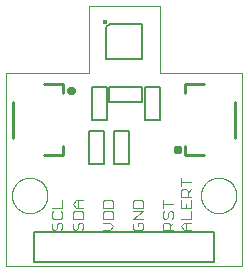
<source format=gto>
G75*
%MOIN*%
%OFA0B0*%
%FSLAX25Y25*%
%IPPOS*%
%LPD*%
%AMOC8*
5,1,8,0,0,1.08239X$1,22.5*
%
%ADD10C,0.00100*%
%ADD11C,0.00000*%
%ADD12C,0.00400*%
%ADD13C,0.00500*%
%ADD14C,0.01575*%
%ADD15C,0.01000*%
%ADD16C,0.01575*%
D10*
X0011938Y0001701D02*
X0011938Y0066268D01*
X0039498Y0066268D01*
X0039498Y0088315D01*
X0063120Y0088315D01*
X0063120Y0066268D01*
X0090679Y0066268D01*
X0090679Y0001701D01*
X0011938Y0001701D01*
D11*
X0013906Y0025323D02*
X0013908Y0025476D01*
X0013914Y0025630D01*
X0013924Y0025783D01*
X0013938Y0025935D01*
X0013956Y0026088D01*
X0013978Y0026239D01*
X0014003Y0026390D01*
X0014033Y0026541D01*
X0014067Y0026691D01*
X0014104Y0026839D01*
X0014145Y0026987D01*
X0014190Y0027133D01*
X0014239Y0027279D01*
X0014292Y0027423D01*
X0014348Y0027565D01*
X0014408Y0027706D01*
X0014472Y0027846D01*
X0014539Y0027984D01*
X0014610Y0028120D01*
X0014685Y0028254D01*
X0014762Y0028386D01*
X0014844Y0028516D01*
X0014928Y0028644D01*
X0015016Y0028770D01*
X0015107Y0028893D01*
X0015201Y0029014D01*
X0015299Y0029132D01*
X0015399Y0029248D01*
X0015503Y0029361D01*
X0015609Y0029472D01*
X0015718Y0029580D01*
X0015830Y0029685D01*
X0015944Y0029786D01*
X0016062Y0029885D01*
X0016181Y0029981D01*
X0016303Y0030074D01*
X0016428Y0030163D01*
X0016555Y0030250D01*
X0016684Y0030332D01*
X0016815Y0030412D01*
X0016948Y0030488D01*
X0017083Y0030561D01*
X0017220Y0030630D01*
X0017359Y0030695D01*
X0017499Y0030757D01*
X0017641Y0030815D01*
X0017784Y0030870D01*
X0017929Y0030921D01*
X0018075Y0030968D01*
X0018222Y0031011D01*
X0018370Y0031050D01*
X0018519Y0031086D01*
X0018669Y0031117D01*
X0018820Y0031145D01*
X0018971Y0031169D01*
X0019124Y0031189D01*
X0019276Y0031205D01*
X0019429Y0031217D01*
X0019582Y0031225D01*
X0019735Y0031229D01*
X0019889Y0031229D01*
X0020042Y0031225D01*
X0020195Y0031217D01*
X0020348Y0031205D01*
X0020500Y0031189D01*
X0020653Y0031169D01*
X0020804Y0031145D01*
X0020955Y0031117D01*
X0021105Y0031086D01*
X0021254Y0031050D01*
X0021402Y0031011D01*
X0021549Y0030968D01*
X0021695Y0030921D01*
X0021840Y0030870D01*
X0021983Y0030815D01*
X0022125Y0030757D01*
X0022265Y0030695D01*
X0022404Y0030630D01*
X0022541Y0030561D01*
X0022676Y0030488D01*
X0022809Y0030412D01*
X0022940Y0030332D01*
X0023069Y0030250D01*
X0023196Y0030163D01*
X0023321Y0030074D01*
X0023443Y0029981D01*
X0023562Y0029885D01*
X0023680Y0029786D01*
X0023794Y0029685D01*
X0023906Y0029580D01*
X0024015Y0029472D01*
X0024121Y0029361D01*
X0024225Y0029248D01*
X0024325Y0029132D01*
X0024423Y0029014D01*
X0024517Y0028893D01*
X0024608Y0028770D01*
X0024696Y0028644D01*
X0024780Y0028516D01*
X0024862Y0028386D01*
X0024939Y0028254D01*
X0025014Y0028120D01*
X0025085Y0027984D01*
X0025152Y0027846D01*
X0025216Y0027706D01*
X0025276Y0027565D01*
X0025332Y0027423D01*
X0025385Y0027279D01*
X0025434Y0027133D01*
X0025479Y0026987D01*
X0025520Y0026839D01*
X0025557Y0026691D01*
X0025591Y0026541D01*
X0025621Y0026390D01*
X0025646Y0026239D01*
X0025668Y0026088D01*
X0025686Y0025935D01*
X0025700Y0025783D01*
X0025710Y0025630D01*
X0025716Y0025476D01*
X0025718Y0025323D01*
X0025716Y0025170D01*
X0025710Y0025016D01*
X0025700Y0024863D01*
X0025686Y0024711D01*
X0025668Y0024558D01*
X0025646Y0024407D01*
X0025621Y0024256D01*
X0025591Y0024105D01*
X0025557Y0023955D01*
X0025520Y0023807D01*
X0025479Y0023659D01*
X0025434Y0023513D01*
X0025385Y0023367D01*
X0025332Y0023223D01*
X0025276Y0023081D01*
X0025216Y0022940D01*
X0025152Y0022800D01*
X0025085Y0022662D01*
X0025014Y0022526D01*
X0024939Y0022392D01*
X0024862Y0022260D01*
X0024780Y0022130D01*
X0024696Y0022002D01*
X0024608Y0021876D01*
X0024517Y0021753D01*
X0024423Y0021632D01*
X0024325Y0021514D01*
X0024225Y0021398D01*
X0024121Y0021285D01*
X0024015Y0021174D01*
X0023906Y0021066D01*
X0023794Y0020961D01*
X0023680Y0020860D01*
X0023562Y0020761D01*
X0023443Y0020665D01*
X0023321Y0020572D01*
X0023196Y0020483D01*
X0023069Y0020396D01*
X0022940Y0020314D01*
X0022809Y0020234D01*
X0022676Y0020158D01*
X0022541Y0020085D01*
X0022404Y0020016D01*
X0022265Y0019951D01*
X0022125Y0019889D01*
X0021983Y0019831D01*
X0021840Y0019776D01*
X0021695Y0019725D01*
X0021549Y0019678D01*
X0021402Y0019635D01*
X0021254Y0019596D01*
X0021105Y0019560D01*
X0020955Y0019529D01*
X0020804Y0019501D01*
X0020653Y0019477D01*
X0020500Y0019457D01*
X0020348Y0019441D01*
X0020195Y0019429D01*
X0020042Y0019421D01*
X0019889Y0019417D01*
X0019735Y0019417D01*
X0019582Y0019421D01*
X0019429Y0019429D01*
X0019276Y0019441D01*
X0019124Y0019457D01*
X0018971Y0019477D01*
X0018820Y0019501D01*
X0018669Y0019529D01*
X0018519Y0019560D01*
X0018370Y0019596D01*
X0018222Y0019635D01*
X0018075Y0019678D01*
X0017929Y0019725D01*
X0017784Y0019776D01*
X0017641Y0019831D01*
X0017499Y0019889D01*
X0017359Y0019951D01*
X0017220Y0020016D01*
X0017083Y0020085D01*
X0016948Y0020158D01*
X0016815Y0020234D01*
X0016684Y0020314D01*
X0016555Y0020396D01*
X0016428Y0020483D01*
X0016303Y0020572D01*
X0016181Y0020665D01*
X0016062Y0020761D01*
X0015944Y0020860D01*
X0015830Y0020961D01*
X0015718Y0021066D01*
X0015609Y0021174D01*
X0015503Y0021285D01*
X0015399Y0021398D01*
X0015299Y0021514D01*
X0015201Y0021632D01*
X0015107Y0021753D01*
X0015016Y0021876D01*
X0014928Y0022002D01*
X0014844Y0022130D01*
X0014762Y0022260D01*
X0014685Y0022392D01*
X0014610Y0022526D01*
X0014539Y0022662D01*
X0014472Y0022800D01*
X0014408Y0022940D01*
X0014348Y0023081D01*
X0014292Y0023223D01*
X0014239Y0023367D01*
X0014190Y0023513D01*
X0014145Y0023659D01*
X0014104Y0023807D01*
X0014067Y0023955D01*
X0014033Y0024105D01*
X0014003Y0024256D01*
X0013978Y0024407D01*
X0013956Y0024558D01*
X0013938Y0024711D01*
X0013924Y0024863D01*
X0013914Y0025016D01*
X0013908Y0025170D01*
X0013906Y0025323D01*
X0076899Y0025323D02*
X0076901Y0025476D01*
X0076907Y0025630D01*
X0076917Y0025783D01*
X0076931Y0025935D01*
X0076949Y0026088D01*
X0076971Y0026239D01*
X0076996Y0026390D01*
X0077026Y0026541D01*
X0077060Y0026691D01*
X0077097Y0026839D01*
X0077138Y0026987D01*
X0077183Y0027133D01*
X0077232Y0027279D01*
X0077285Y0027423D01*
X0077341Y0027565D01*
X0077401Y0027706D01*
X0077465Y0027846D01*
X0077532Y0027984D01*
X0077603Y0028120D01*
X0077678Y0028254D01*
X0077755Y0028386D01*
X0077837Y0028516D01*
X0077921Y0028644D01*
X0078009Y0028770D01*
X0078100Y0028893D01*
X0078194Y0029014D01*
X0078292Y0029132D01*
X0078392Y0029248D01*
X0078496Y0029361D01*
X0078602Y0029472D01*
X0078711Y0029580D01*
X0078823Y0029685D01*
X0078937Y0029786D01*
X0079055Y0029885D01*
X0079174Y0029981D01*
X0079296Y0030074D01*
X0079421Y0030163D01*
X0079548Y0030250D01*
X0079677Y0030332D01*
X0079808Y0030412D01*
X0079941Y0030488D01*
X0080076Y0030561D01*
X0080213Y0030630D01*
X0080352Y0030695D01*
X0080492Y0030757D01*
X0080634Y0030815D01*
X0080777Y0030870D01*
X0080922Y0030921D01*
X0081068Y0030968D01*
X0081215Y0031011D01*
X0081363Y0031050D01*
X0081512Y0031086D01*
X0081662Y0031117D01*
X0081813Y0031145D01*
X0081964Y0031169D01*
X0082117Y0031189D01*
X0082269Y0031205D01*
X0082422Y0031217D01*
X0082575Y0031225D01*
X0082728Y0031229D01*
X0082882Y0031229D01*
X0083035Y0031225D01*
X0083188Y0031217D01*
X0083341Y0031205D01*
X0083493Y0031189D01*
X0083646Y0031169D01*
X0083797Y0031145D01*
X0083948Y0031117D01*
X0084098Y0031086D01*
X0084247Y0031050D01*
X0084395Y0031011D01*
X0084542Y0030968D01*
X0084688Y0030921D01*
X0084833Y0030870D01*
X0084976Y0030815D01*
X0085118Y0030757D01*
X0085258Y0030695D01*
X0085397Y0030630D01*
X0085534Y0030561D01*
X0085669Y0030488D01*
X0085802Y0030412D01*
X0085933Y0030332D01*
X0086062Y0030250D01*
X0086189Y0030163D01*
X0086314Y0030074D01*
X0086436Y0029981D01*
X0086555Y0029885D01*
X0086673Y0029786D01*
X0086787Y0029685D01*
X0086899Y0029580D01*
X0087008Y0029472D01*
X0087114Y0029361D01*
X0087218Y0029248D01*
X0087318Y0029132D01*
X0087416Y0029014D01*
X0087510Y0028893D01*
X0087601Y0028770D01*
X0087689Y0028644D01*
X0087773Y0028516D01*
X0087855Y0028386D01*
X0087932Y0028254D01*
X0088007Y0028120D01*
X0088078Y0027984D01*
X0088145Y0027846D01*
X0088209Y0027706D01*
X0088269Y0027565D01*
X0088325Y0027423D01*
X0088378Y0027279D01*
X0088427Y0027133D01*
X0088472Y0026987D01*
X0088513Y0026839D01*
X0088550Y0026691D01*
X0088584Y0026541D01*
X0088614Y0026390D01*
X0088639Y0026239D01*
X0088661Y0026088D01*
X0088679Y0025935D01*
X0088693Y0025783D01*
X0088703Y0025630D01*
X0088709Y0025476D01*
X0088711Y0025323D01*
X0088709Y0025170D01*
X0088703Y0025016D01*
X0088693Y0024863D01*
X0088679Y0024711D01*
X0088661Y0024558D01*
X0088639Y0024407D01*
X0088614Y0024256D01*
X0088584Y0024105D01*
X0088550Y0023955D01*
X0088513Y0023807D01*
X0088472Y0023659D01*
X0088427Y0023513D01*
X0088378Y0023367D01*
X0088325Y0023223D01*
X0088269Y0023081D01*
X0088209Y0022940D01*
X0088145Y0022800D01*
X0088078Y0022662D01*
X0088007Y0022526D01*
X0087932Y0022392D01*
X0087855Y0022260D01*
X0087773Y0022130D01*
X0087689Y0022002D01*
X0087601Y0021876D01*
X0087510Y0021753D01*
X0087416Y0021632D01*
X0087318Y0021514D01*
X0087218Y0021398D01*
X0087114Y0021285D01*
X0087008Y0021174D01*
X0086899Y0021066D01*
X0086787Y0020961D01*
X0086673Y0020860D01*
X0086555Y0020761D01*
X0086436Y0020665D01*
X0086314Y0020572D01*
X0086189Y0020483D01*
X0086062Y0020396D01*
X0085933Y0020314D01*
X0085802Y0020234D01*
X0085669Y0020158D01*
X0085534Y0020085D01*
X0085397Y0020016D01*
X0085258Y0019951D01*
X0085118Y0019889D01*
X0084976Y0019831D01*
X0084833Y0019776D01*
X0084688Y0019725D01*
X0084542Y0019678D01*
X0084395Y0019635D01*
X0084247Y0019596D01*
X0084098Y0019560D01*
X0083948Y0019529D01*
X0083797Y0019501D01*
X0083646Y0019477D01*
X0083493Y0019457D01*
X0083341Y0019441D01*
X0083188Y0019429D01*
X0083035Y0019421D01*
X0082882Y0019417D01*
X0082728Y0019417D01*
X0082575Y0019421D01*
X0082422Y0019429D01*
X0082269Y0019441D01*
X0082117Y0019457D01*
X0081964Y0019477D01*
X0081813Y0019501D01*
X0081662Y0019529D01*
X0081512Y0019560D01*
X0081363Y0019596D01*
X0081215Y0019635D01*
X0081068Y0019678D01*
X0080922Y0019725D01*
X0080777Y0019776D01*
X0080634Y0019831D01*
X0080492Y0019889D01*
X0080352Y0019951D01*
X0080213Y0020016D01*
X0080076Y0020085D01*
X0079941Y0020158D01*
X0079808Y0020234D01*
X0079677Y0020314D01*
X0079548Y0020396D01*
X0079421Y0020483D01*
X0079296Y0020572D01*
X0079174Y0020665D01*
X0079055Y0020761D01*
X0078937Y0020860D01*
X0078823Y0020961D01*
X0078711Y0021066D01*
X0078602Y0021174D01*
X0078496Y0021285D01*
X0078392Y0021398D01*
X0078292Y0021514D01*
X0078194Y0021632D01*
X0078100Y0021753D01*
X0078009Y0021876D01*
X0077921Y0022002D01*
X0077837Y0022130D01*
X0077755Y0022260D01*
X0077678Y0022392D01*
X0077603Y0022526D01*
X0077532Y0022662D01*
X0077465Y0022800D01*
X0077401Y0022940D01*
X0077341Y0023081D01*
X0077285Y0023223D01*
X0077232Y0023367D01*
X0077183Y0023513D01*
X0077138Y0023659D01*
X0077097Y0023807D01*
X0077060Y0023955D01*
X0077026Y0024105D01*
X0076996Y0024256D01*
X0076971Y0024407D01*
X0076949Y0024558D01*
X0076931Y0024711D01*
X0076917Y0024863D01*
X0076907Y0025016D01*
X0076901Y0025170D01*
X0076899Y0025323D01*
D12*
X0073738Y0024950D02*
X0070135Y0024950D01*
X0070135Y0026752D01*
X0070736Y0027352D01*
X0071937Y0027352D01*
X0072537Y0026752D01*
X0072537Y0024950D01*
X0072537Y0026151D02*
X0073738Y0027352D01*
X0073738Y0029834D02*
X0070135Y0029834D01*
X0070135Y0028633D02*
X0070135Y0031035D01*
X0070135Y0023669D02*
X0070135Y0021267D01*
X0073738Y0021267D01*
X0073738Y0023669D01*
X0071937Y0022468D02*
X0071937Y0021267D01*
X0073738Y0019986D02*
X0073738Y0017584D01*
X0070135Y0017584D01*
X0071336Y0016303D02*
X0073738Y0016303D01*
X0071937Y0016303D02*
X0071937Y0013901D01*
X0071336Y0013901D02*
X0070135Y0015102D01*
X0071336Y0016303D01*
X0071336Y0013901D02*
X0073738Y0013901D01*
X0067738Y0013901D02*
X0064135Y0013901D01*
X0064135Y0015702D01*
X0064736Y0016303D01*
X0065937Y0016303D01*
X0066537Y0015702D01*
X0066537Y0013901D01*
X0066537Y0015102D02*
X0067738Y0016303D01*
X0067138Y0017584D02*
X0067738Y0018184D01*
X0067738Y0019385D01*
X0067138Y0019986D01*
X0066537Y0019986D01*
X0065937Y0019385D01*
X0065937Y0018184D01*
X0065336Y0017584D01*
X0064736Y0017584D01*
X0064135Y0018184D01*
X0064135Y0019385D01*
X0064736Y0019986D01*
X0064135Y0021267D02*
X0064135Y0023669D01*
X0064135Y0022468D02*
X0067738Y0022468D01*
X0057738Y0023069D02*
X0057738Y0021267D01*
X0054135Y0021267D01*
X0054135Y0023069D01*
X0054736Y0023669D01*
X0057138Y0023669D01*
X0057738Y0023069D01*
X0057738Y0019986D02*
X0054135Y0019986D01*
X0054135Y0017584D02*
X0057738Y0019986D01*
X0057738Y0017584D02*
X0054135Y0017584D01*
X0054736Y0016303D02*
X0054135Y0015702D01*
X0054135Y0014501D01*
X0054736Y0013901D01*
X0057138Y0013901D01*
X0057738Y0014501D01*
X0057738Y0015702D01*
X0057138Y0016303D01*
X0055937Y0016303D01*
X0055937Y0015102D01*
X0047738Y0015102D02*
X0046537Y0016303D01*
X0044135Y0016303D01*
X0044135Y0017584D02*
X0044135Y0019385D01*
X0044736Y0019986D01*
X0047138Y0019986D01*
X0047738Y0019385D01*
X0047738Y0017584D01*
X0044135Y0017584D01*
X0044135Y0021267D02*
X0044135Y0023069D01*
X0044736Y0023669D01*
X0047138Y0023669D01*
X0047738Y0023069D01*
X0047738Y0021267D01*
X0044135Y0021267D01*
X0037738Y0021267D02*
X0035336Y0021267D01*
X0034135Y0022468D01*
X0035336Y0023669D01*
X0037738Y0023669D01*
X0035937Y0023669D02*
X0035937Y0021267D01*
X0037138Y0019986D02*
X0034736Y0019986D01*
X0034135Y0019385D01*
X0034135Y0017584D01*
X0037738Y0017584D01*
X0037738Y0019385D01*
X0037138Y0019986D01*
X0037138Y0016303D02*
X0036537Y0016303D01*
X0035937Y0015702D01*
X0035937Y0014501D01*
X0035336Y0013901D01*
X0034736Y0013901D01*
X0034135Y0014501D01*
X0034135Y0015702D01*
X0034736Y0016303D01*
X0037138Y0016303D02*
X0037738Y0015702D01*
X0037738Y0014501D01*
X0037138Y0013901D01*
X0030738Y0014501D02*
X0030138Y0013901D01*
X0030738Y0014501D02*
X0030738Y0015702D01*
X0030138Y0016303D01*
X0029537Y0016303D01*
X0028937Y0015702D01*
X0028937Y0014501D01*
X0028336Y0013901D01*
X0027736Y0013901D01*
X0027135Y0014501D01*
X0027135Y0015702D01*
X0027736Y0016303D01*
X0027736Y0017584D02*
X0030138Y0017584D01*
X0030738Y0018184D01*
X0030738Y0019385D01*
X0030138Y0019986D01*
X0030738Y0021267D02*
X0030738Y0023669D01*
X0030738Y0021267D02*
X0027135Y0021267D01*
X0027736Y0019986D02*
X0027135Y0019385D01*
X0027135Y0018184D01*
X0027736Y0017584D01*
X0044135Y0013901D02*
X0046537Y0013901D01*
X0047738Y0015102D01*
D13*
X0047938Y0035701D02*
X0047938Y0046701D01*
X0052938Y0046701D01*
X0052938Y0035701D01*
X0047938Y0035701D01*
X0044538Y0035701D02*
X0039538Y0035701D01*
X0039538Y0046701D01*
X0044538Y0046701D01*
X0044538Y0035701D01*
X0045438Y0050601D02*
X0040438Y0050601D01*
X0040438Y0061601D01*
X0045438Y0061601D01*
X0045438Y0050601D01*
X0046383Y0056401D02*
X0046383Y0061401D01*
X0057383Y0061401D01*
X0057383Y0056401D01*
X0046383Y0056401D01*
X0058114Y0061613D02*
X0058114Y0050613D01*
X0063114Y0050613D01*
X0063114Y0061613D01*
X0058114Y0061613D01*
X0057214Y0070795D02*
X0045403Y0070795D01*
X0045403Y0081326D01*
X0046683Y0082606D01*
X0057214Y0082606D01*
X0057214Y0070795D01*
X0081309Y0013000D02*
X0021309Y0013000D01*
X0021309Y0003000D01*
X0081309Y0003000D01*
X0081309Y0013000D01*
D14*
X0068468Y0040677D02*
X0068470Y0040724D01*
X0068476Y0040770D01*
X0068485Y0040816D01*
X0068499Y0040860D01*
X0068516Y0040904D01*
X0068537Y0040945D01*
X0068561Y0040985D01*
X0068588Y0041023D01*
X0068619Y0041058D01*
X0068652Y0041091D01*
X0068688Y0041121D01*
X0068727Y0041147D01*
X0068767Y0041171D01*
X0068809Y0041190D01*
X0068853Y0041207D01*
X0068898Y0041219D01*
X0068944Y0041228D01*
X0068990Y0041233D01*
X0069037Y0041234D01*
X0069083Y0041231D01*
X0069129Y0041224D01*
X0069175Y0041213D01*
X0069219Y0041199D01*
X0069262Y0041181D01*
X0069303Y0041159D01*
X0069343Y0041134D01*
X0069380Y0041106D01*
X0069415Y0041075D01*
X0069447Y0041041D01*
X0069476Y0041004D01*
X0069501Y0040966D01*
X0069524Y0040925D01*
X0069543Y0040882D01*
X0069558Y0040838D01*
X0069570Y0040793D01*
X0069578Y0040747D01*
X0069582Y0040700D01*
X0069582Y0040654D01*
X0069578Y0040607D01*
X0069570Y0040561D01*
X0069558Y0040516D01*
X0069543Y0040472D01*
X0069524Y0040429D01*
X0069501Y0040388D01*
X0069476Y0040350D01*
X0069447Y0040313D01*
X0069415Y0040279D01*
X0069380Y0040248D01*
X0069343Y0040220D01*
X0069304Y0040195D01*
X0069262Y0040173D01*
X0069219Y0040155D01*
X0069175Y0040141D01*
X0069129Y0040130D01*
X0069083Y0040123D01*
X0069037Y0040120D01*
X0068990Y0040121D01*
X0068944Y0040126D01*
X0068898Y0040135D01*
X0068853Y0040147D01*
X0068809Y0040164D01*
X0068767Y0040183D01*
X0068727Y0040207D01*
X0068688Y0040233D01*
X0068652Y0040263D01*
X0068619Y0040296D01*
X0068588Y0040331D01*
X0068561Y0040369D01*
X0068537Y0040409D01*
X0068516Y0040450D01*
X0068499Y0040494D01*
X0068485Y0040538D01*
X0068476Y0040584D01*
X0068470Y0040630D01*
X0068468Y0040677D01*
X0033035Y0060362D02*
X0033037Y0060409D01*
X0033043Y0060455D01*
X0033052Y0060501D01*
X0033066Y0060545D01*
X0033083Y0060589D01*
X0033104Y0060630D01*
X0033128Y0060670D01*
X0033155Y0060708D01*
X0033186Y0060743D01*
X0033219Y0060776D01*
X0033255Y0060806D01*
X0033294Y0060832D01*
X0033334Y0060856D01*
X0033376Y0060875D01*
X0033420Y0060892D01*
X0033465Y0060904D01*
X0033511Y0060913D01*
X0033557Y0060918D01*
X0033604Y0060919D01*
X0033650Y0060916D01*
X0033696Y0060909D01*
X0033742Y0060898D01*
X0033786Y0060884D01*
X0033829Y0060866D01*
X0033870Y0060844D01*
X0033910Y0060819D01*
X0033947Y0060791D01*
X0033982Y0060760D01*
X0034014Y0060726D01*
X0034043Y0060689D01*
X0034068Y0060651D01*
X0034091Y0060610D01*
X0034110Y0060567D01*
X0034125Y0060523D01*
X0034137Y0060478D01*
X0034145Y0060432D01*
X0034149Y0060385D01*
X0034149Y0060339D01*
X0034145Y0060292D01*
X0034137Y0060246D01*
X0034125Y0060201D01*
X0034110Y0060157D01*
X0034091Y0060114D01*
X0034068Y0060073D01*
X0034043Y0060035D01*
X0034014Y0059998D01*
X0033982Y0059964D01*
X0033947Y0059933D01*
X0033910Y0059905D01*
X0033871Y0059880D01*
X0033829Y0059858D01*
X0033786Y0059840D01*
X0033742Y0059826D01*
X0033696Y0059815D01*
X0033650Y0059808D01*
X0033604Y0059805D01*
X0033557Y0059806D01*
X0033511Y0059811D01*
X0033465Y0059820D01*
X0033420Y0059832D01*
X0033376Y0059849D01*
X0033334Y0059868D01*
X0033294Y0059892D01*
X0033255Y0059918D01*
X0033219Y0059948D01*
X0033186Y0059981D01*
X0033155Y0060016D01*
X0033128Y0060054D01*
X0033104Y0060094D01*
X0033083Y0060135D01*
X0033066Y0060179D01*
X0033052Y0060223D01*
X0033043Y0060269D01*
X0033037Y0060315D01*
X0033035Y0060362D01*
D15*
X0031033Y0059378D02*
X0031033Y0062331D01*
X0024537Y0062331D01*
X0014301Y0056425D02*
X0014301Y0044614D01*
X0024537Y0038709D02*
X0031033Y0038709D01*
X0031033Y0041661D01*
X0071584Y0041661D02*
X0071584Y0038709D01*
X0078080Y0038709D01*
X0088316Y0044614D02*
X0088316Y0056425D01*
X0078080Y0062331D02*
X0071584Y0062331D01*
X0071584Y0059378D01*
D16*
X0044809Y0083201D03*
M02*

</source>
